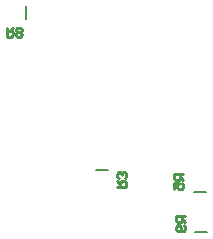
<source format=gbr>
G04*
G04 #@! TF.GenerationSoftware,Altium Limited,Altium Designer,23.0.1 (38)*
G04*
G04 Layer_Color=32896*
%FSLAX44Y44*%
%MOMM*%
G71*
G04*
G04 #@! TF.SameCoordinates,5B070B88-F475-4B99-B5D3-003285C28A76*
G04*
G04*
G04 #@! TF.FilePolarity,Positive*
G04*
G01*
G75*
%ADD11C,0.2000*%
%ADD12C,0.2540*%
D11*
X819639Y726043D02*
X830139D01*
X677244Y872584D02*
Y883084D01*
X736637Y744909D02*
X747137D01*
X820068Y691945D02*
X830568D01*
D12*
X812010Y705287D02*
X804392D01*
Y701478D01*
X805662Y700208D01*
X808201D01*
X809470Y701478D01*
Y705287D01*
Y702747D02*
X812010Y700208D01*
X810740Y697669D02*
X812010Y696400D01*
Y693860D01*
X810740Y692591D01*
X805662D01*
X804392Y693860D01*
Y696400D01*
X805662Y697669D01*
X806931D01*
X808201Y696400D01*
Y692591D01*
X660883Y864861D02*
Y857244D01*
X664692D01*
X665961Y858513D01*
Y861053D01*
X664692Y862322D01*
X660883D01*
X663422D02*
X665961Y864861D01*
X668500Y858513D02*
X669770Y857244D01*
X672309D01*
X673579Y858513D01*
Y859783D01*
X672309Y861053D01*
X673579Y862322D01*
Y863592D01*
X672309Y864861D01*
X669770D01*
X668500Y863592D01*
Y862322D01*
X669770Y861053D01*
X668500Y859783D01*
Y858513D01*
X669770Y861053D02*
X672309D01*
X810590Y741082D02*
X802972D01*
Y737273D01*
X804242Y736004D01*
X806781D01*
X808050Y737273D01*
Y741082D01*
Y738543D02*
X810590Y736004D01*
X802972Y728386D02*
Y733465D01*
X806781D01*
X805511Y730926D01*
Y729656D01*
X806781Y728386D01*
X809320D01*
X810590Y729656D01*
Y732195D01*
X809320Y733465D01*
X754385Y730049D02*
X762002D01*
Y733858D01*
X760733Y735128D01*
X758194D01*
X756924Y733858D01*
Y730049D01*
Y732589D02*
X754385Y735128D01*
X760733Y737667D02*
X762002Y738936D01*
Y741476D01*
X760733Y742745D01*
X759463D01*
X758194Y741476D01*
Y740206D01*
Y741476D01*
X756924Y742745D01*
X755655D01*
X754385Y741476D01*
Y738936D01*
X755655Y737667D01*
M02*

</source>
